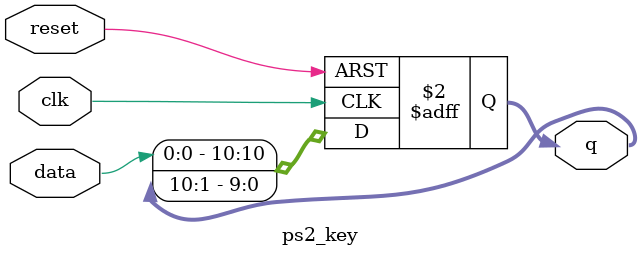
<source format=v>
`timescale 1ns / 1ps
module ps2_key(
    input data,
    input clk,
    input reset,
    output reg [10:0] q
    );




always @(posedge reset, posedge clk)
	begin
		if (reset) 
			q<= 0;
		else 
			q[10:0]<= {data,q[10:1]};
			
	end
endmodule



	



</source>
